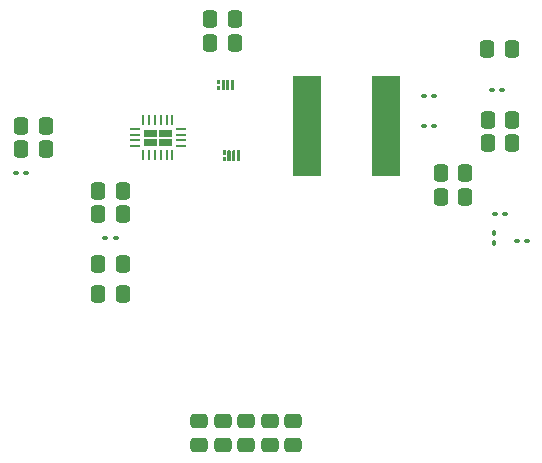
<source format=gbr>
%TF.GenerationSoftware,KiCad,Pcbnew,9.0.1*%
%TF.CreationDate,2025-11-16T17:16:38-08:00*%
%TF.ProjectId,GaN-LTC7800,47614e2d-4c54-4433-9738-30302e6b6963,rev?*%
%TF.SameCoordinates,Original*%
%TF.FileFunction,Paste,Top*%
%TF.FilePolarity,Positive*%
%FSLAX46Y46*%
G04 Gerber Fmt 4.6, Leading zero omitted, Abs format (unit mm)*
G04 Created by KiCad (PCBNEW 9.0.1) date 2025-11-16 17:16:38*
%MOMM*%
%LPD*%
G01*
G04 APERTURE LIST*
G04 Aperture macros list*
%AMRoundRect*
0 Rectangle with rounded corners*
0 $1 Rounding radius*
0 $2 $3 $4 $5 $6 $7 $8 $9 X,Y pos of 4 corners*
0 Add a 4 corners polygon primitive as box body*
4,1,4,$2,$3,$4,$5,$6,$7,$8,$9,$2,$3,0*
0 Add four circle primitives for the rounded corners*
1,1,$1+$1,$2,$3*
1,1,$1+$1,$4,$5*
1,1,$1+$1,$6,$7*
1,1,$1+$1,$8,$9*
0 Add four rect primitives between the rounded corners*
20,1,$1+$1,$2,$3,$4,$5,0*
20,1,$1+$1,$4,$5,$6,$7,0*
20,1,$1+$1,$6,$7,$8,$9,0*
20,1,$1+$1,$8,$9,$2,$3,0*%
G04 Aperture macros list end*
%ADD10C,0.010000*%
%ADD11C,0.000100*%
%ADD12RoundRect,0.250000X0.337500X0.475000X-0.337500X0.475000X-0.337500X-0.475000X0.337500X-0.475000X0*%
%ADD13RoundRect,0.250000X-0.337500X-0.475000X0.337500X-0.475000X0.337500X0.475000X-0.337500X0.475000X0*%
%ADD14RoundRect,0.250000X-0.475000X0.337500X-0.475000X-0.337500X0.475000X-0.337500X0.475000X0.337500X0*%
%ADD15RoundRect,0.090000X-0.139000X-0.090000X0.139000X-0.090000X0.139000X0.090000X-0.139000X0.090000X0*%
%ADD16R,0.270000X0.840000*%
%ADD17R,0.840000X0.270000*%
%ADD18RoundRect,0.250000X0.475000X-0.337500X0.475000X0.337500X-0.475000X0.337500X-0.475000X-0.337500X0*%
%ADD19RoundRect,0.090000X0.139000X0.090000X-0.139000X0.090000X-0.139000X-0.090000X0.139000X-0.090000X0*%
%ADD20R,2.380000X8.500000*%
%ADD21RoundRect,0.090000X-0.090000X0.139000X-0.090000X-0.139000X0.090000X-0.139000X0.090000X0.139000X0*%
G04 APERTURE END LIST*
D10*
%TO.C,U1*%
X96399938Y-133899938D02*
X95370000Y-133899938D01*
X95370000Y-133370000D01*
X96399938Y-133370000D01*
X96399938Y-133899938D01*
G36*
X96399938Y-133899938D02*
G01*
X95370000Y-133899938D01*
X95370000Y-133370000D01*
X96399938Y-133370000D01*
X96399938Y-133899938D01*
G37*
X96399972Y-134630177D02*
X95370000Y-134630177D01*
X95370000Y-134100000D01*
X96399972Y-134100000D01*
X96399972Y-134630177D01*
G36*
X96399972Y-134630177D02*
G01*
X95370000Y-134630177D01*
X95370000Y-134100000D01*
X96399972Y-134100000D01*
X96399972Y-134630177D01*
G37*
X97631780Y-133899842D02*
X96600000Y-133899842D01*
X96600000Y-133370000D01*
X97631780Y-133370000D01*
X97631780Y-133899842D01*
G36*
X97631780Y-133899842D02*
G01*
X96600000Y-133899842D01*
X96600000Y-133370000D01*
X97631780Y-133370000D01*
X97631780Y-133899842D01*
G37*
X97631590Y-134630886D02*
X96600000Y-134630886D01*
X96600000Y-134100000D01*
X97631590Y-134100000D01*
X97631590Y-134630886D01*
G36*
X97631590Y-134630886D02*
G01*
X96600000Y-134630886D01*
X96600000Y-134100000D01*
X97631590Y-134100000D01*
X97631590Y-134630886D01*
G37*
D11*
%TO.C,Q1*%
X102139000Y-135094000D02*
X102142000Y-135094000D01*
X102146000Y-135095000D01*
X102149000Y-135096000D01*
X102152000Y-135097000D01*
X102154000Y-135098000D01*
X102157000Y-135100000D01*
X102160000Y-135101000D01*
X102163000Y-135103000D01*
X102165000Y-135104000D01*
X102168000Y-135106000D01*
X102170000Y-135108000D01*
X102172000Y-135111000D01*
X102175000Y-135113000D01*
X102177000Y-135115000D01*
X102179000Y-135118000D01*
X102180000Y-135120000D01*
X102182000Y-135123000D01*
X102183000Y-135126000D01*
X102185000Y-135129000D01*
X102186000Y-135131000D01*
X102187000Y-135134000D01*
X102188000Y-135137000D01*
X102189000Y-135141000D01*
X102189000Y-135144000D01*
X102190000Y-135147000D01*
X102190000Y-135150000D01*
X102190000Y-135153000D01*
X102190000Y-135329000D01*
X102190000Y-135332000D01*
X102190000Y-135335000D01*
X102189000Y-135338000D01*
X102189000Y-135341000D01*
X102188000Y-135345000D01*
X102187000Y-135348000D01*
X102186000Y-135351000D01*
X102185000Y-135353000D01*
X102183000Y-135356000D01*
X102182000Y-135359000D01*
X102180000Y-135362000D01*
X102179000Y-135364000D01*
X102177000Y-135367000D01*
X102175000Y-135369000D01*
X102172000Y-135371000D01*
X102170000Y-135374000D01*
X102168000Y-135376000D01*
X102165000Y-135378000D01*
X102163000Y-135379000D01*
X102160000Y-135381000D01*
X102157000Y-135382000D01*
X102154000Y-135384000D01*
X102152000Y-135385000D01*
X102149000Y-135386000D01*
X102146000Y-135387000D01*
X102142000Y-135388000D01*
X102139000Y-135388000D01*
X102136000Y-135389000D01*
X102133000Y-135389000D01*
X102130000Y-135389000D01*
X102070000Y-135389000D01*
X102067000Y-135389000D01*
X102064000Y-135389000D01*
X102061000Y-135388000D01*
X102058000Y-135388000D01*
X102054000Y-135387000D01*
X102051000Y-135386000D01*
X102048000Y-135385000D01*
X102046000Y-135384000D01*
X102043000Y-135382000D01*
X102040000Y-135381000D01*
X102037000Y-135379000D01*
X102035000Y-135378000D01*
X102032000Y-135376000D01*
X102030000Y-135374000D01*
X102028000Y-135371000D01*
X102025000Y-135369000D01*
X102023000Y-135367000D01*
X102021000Y-135364000D01*
X102020000Y-135362000D01*
X102018000Y-135359000D01*
X102017000Y-135356000D01*
X102015000Y-135353000D01*
X102014000Y-135351000D01*
X102013000Y-135348000D01*
X102012000Y-135345000D01*
X102011000Y-135341000D01*
X102011000Y-135338000D01*
X102010000Y-135335000D01*
X102010000Y-135332000D01*
X102010000Y-135329000D01*
X102010000Y-135153000D01*
X102010000Y-135150000D01*
X102010000Y-135147000D01*
X102011000Y-135144000D01*
X102011000Y-135141000D01*
X102012000Y-135137000D01*
X102013000Y-135134000D01*
X102014000Y-135131000D01*
X102015000Y-135129000D01*
X102017000Y-135126000D01*
X102018000Y-135123000D01*
X102020000Y-135120000D01*
X102021000Y-135118000D01*
X102023000Y-135115000D01*
X102025000Y-135113000D01*
X102028000Y-135111000D01*
X102030000Y-135108000D01*
X102032000Y-135106000D01*
X102035000Y-135104000D01*
X102037000Y-135103000D01*
X102040000Y-135101000D01*
X102043000Y-135100000D01*
X102046000Y-135098000D01*
X102048000Y-135097000D01*
X102051000Y-135096000D01*
X102054000Y-135095000D01*
X102058000Y-135094000D01*
X102061000Y-135094000D01*
X102064000Y-135093000D01*
X102067000Y-135093000D01*
X102070000Y-135093000D01*
X102130000Y-135093000D01*
X102133000Y-135093000D01*
X102136000Y-135093000D01*
X102139000Y-135094000D01*
G36*
X102139000Y-135094000D02*
G01*
X102142000Y-135094000D01*
X102146000Y-135095000D01*
X102149000Y-135096000D01*
X102152000Y-135097000D01*
X102154000Y-135098000D01*
X102157000Y-135100000D01*
X102160000Y-135101000D01*
X102163000Y-135103000D01*
X102165000Y-135104000D01*
X102168000Y-135106000D01*
X102170000Y-135108000D01*
X102172000Y-135111000D01*
X102175000Y-135113000D01*
X102177000Y-135115000D01*
X102179000Y-135118000D01*
X102180000Y-135120000D01*
X102182000Y-135123000D01*
X102183000Y-135126000D01*
X102185000Y-135129000D01*
X102186000Y-135131000D01*
X102187000Y-135134000D01*
X102188000Y-135137000D01*
X102189000Y-135141000D01*
X102189000Y-135144000D01*
X102190000Y-135147000D01*
X102190000Y-135150000D01*
X102190000Y-135153000D01*
X102190000Y-135329000D01*
X102190000Y-135332000D01*
X102190000Y-135335000D01*
X102189000Y-135338000D01*
X102189000Y-135341000D01*
X102188000Y-135345000D01*
X102187000Y-135348000D01*
X102186000Y-135351000D01*
X102185000Y-135353000D01*
X102183000Y-135356000D01*
X102182000Y-135359000D01*
X102180000Y-135362000D01*
X102179000Y-135364000D01*
X102177000Y-135367000D01*
X102175000Y-135369000D01*
X102172000Y-135371000D01*
X102170000Y-135374000D01*
X102168000Y-135376000D01*
X102165000Y-135378000D01*
X102163000Y-135379000D01*
X102160000Y-135381000D01*
X102157000Y-135382000D01*
X102154000Y-135384000D01*
X102152000Y-135385000D01*
X102149000Y-135386000D01*
X102146000Y-135387000D01*
X102142000Y-135388000D01*
X102139000Y-135388000D01*
X102136000Y-135389000D01*
X102133000Y-135389000D01*
X102130000Y-135389000D01*
X102070000Y-135389000D01*
X102067000Y-135389000D01*
X102064000Y-135389000D01*
X102061000Y-135388000D01*
X102058000Y-135388000D01*
X102054000Y-135387000D01*
X102051000Y-135386000D01*
X102048000Y-135385000D01*
X102046000Y-135384000D01*
X102043000Y-135382000D01*
X102040000Y-135381000D01*
X102037000Y-135379000D01*
X102035000Y-135378000D01*
X102032000Y-135376000D01*
X102030000Y-135374000D01*
X102028000Y-135371000D01*
X102025000Y-135369000D01*
X102023000Y-135367000D01*
X102021000Y-135364000D01*
X102020000Y-135362000D01*
X102018000Y-135359000D01*
X102017000Y-135356000D01*
X102015000Y-135353000D01*
X102014000Y-135351000D01*
X102013000Y-135348000D01*
X102012000Y-135345000D01*
X102011000Y-135341000D01*
X102011000Y-135338000D01*
X102010000Y-135335000D01*
X102010000Y-135332000D01*
X102010000Y-135329000D01*
X102010000Y-135153000D01*
X102010000Y-135150000D01*
X102010000Y-135147000D01*
X102011000Y-135144000D01*
X102011000Y-135141000D01*
X102012000Y-135137000D01*
X102013000Y-135134000D01*
X102014000Y-135131000D01*
X102015000Y-135129000D01*
X102017000Y-135126000D01*
X102018000Y-135123000D01*
X102020000Y-135120000D01*
X102021000Y-135118000D01*
X102023000Y-135115000D01*
X102025000Y-135113000D01*
X102028000Y-135111000D01*
X102030000Y-135108000D01*
X102032000Y-135106000D01*
X102035000Y-135104000D01*
X102037000Y-135103000D01*
X102040000Y-135101000D01*
X102043000Y-135100000D01*
X102046000Y-135098000D01*
X102048000Y-135097000D01*
X102051000Y-135096000D01*
X102054000Y-135095000D01*
X102058000Y-135094000D01*
X102061000Y-135094000D01*
X102064000Y-135093000D01*
X102067000Y-135093000D01*
X102070000Y-135093000D01*
X102130000Y-135093000D01*
X102133000Y-135093000D01*
X102136000Y-135093000D01*
X102139000Y-135094000D01*
G37*
X102139000Y-135612000D02*
X102142000Y-135612000D01*
X102146000Y-135613000D01*
X102149000Y-135614000D01*
X102152000Y-135615000D01*
X102154000Y-135616000D01*
X102157000Y-135618000D01*
X102160000Y-135619000D01*
X102163000Y-135621000D01*
X102165000Y-135622000D01*
X102168000Y-135624000D01*
X102170000Y-135626000D01*
X102172000Y-135629000D01*
X102175000Y-135631000D01*
X102177000Y-135633000D01*
X102179000Y-135636000D01*
X102180000Y-135638000D01*
X102182000Y-135641000D01*
X102183000Y-135644000D01*
X102185000Y-135647000D01*
X102186000Y-135649000D01*
X102187000Y-135652000D01*
X102188000Y-135655000D01*
X102189000Y-135659000D01*
X102189000Y-135662000D01*
X102190000Y-135665000D01*
X102190000Y-135668000D01*
X102190000Y-135671000D01*
X102190000Y-135847000D01*
X102190000Y-135850000D01*
X102190000Y-135853000D01*
X102189000Y-135856000D01*
X102189000Y-135859000D01*
X102188000Y-135863000D01*
X102187000Y-135866000D01*
X102186000Y-135869000D01*
X102185000Y-135871000D01*
X102183000Y-135874000D01*
X102182000Y-135877000D01*
X102180000Y-135880000D01*
X102179000Y-135882000D01*
X102177000Y-135885000D01*
X102175000Y-135887000D01*
X102172000Y-135889000D01*
X102170000Y-135892000D01*
X102168000Y-135894000D01*
X102165000Y-135896000D01*
X102163000Y-135897000D01*
X102160000Y-135899000D01*
X102157000Y-135900000D01*
X102154000Y-135902000D01*
X102152000Y-135903000D01*
X102149000Y-135904000D01*
X102146000Y-135905000D01*
X102142000Y-135906000D01*
X102139000Y-135906000D01*
X102136000Y-135907000D01*
X102133000Y-135907000D01*
X102130000Y-135907000D01*
X102070000Y-135907000D01*
X102067000Y-135907000D01*
X102064000Y-135907000D01*
X102061000Y-135906000D01*
X102058000Y-135906000D01*
X102054000Y-135905000D01*
X102051000Y-135904000D01*
X102048000Y-135903000D01*
X102046000Y-135902000D01*
X102043000Y-135900000D01*
X102040000Y-135899000D01*
X102037000Y-135897000D01*
X102035000Y-135896000D01*
X102032000Y-135894000D01*
X102030000Y-135892000D01*
X102028000Y-135889000D01*
X102025000Y-135887000D01*
X102023000Y-135885000D01*
X102021000Y-135882000D01*
X102020000Y-135880000D01*
X102018000Y-135877000D01*
X102017000Y-135874000D01*
X102015000Y-135871000D01*
X102014000Y-135869000D01*
X102013000Y-135866000D01*
X102012000Y-135863000D01*
X102011000Y-135859000D01*
X102011000Y-135856000D01*
X102010000Y-135853000D01*
X102010000Y-135850000D01*
X102010000Y-135847000D01*
X102010000Y-135671000D01*
X102010000Y-135668000D01*
X102010000Y-135665000D01*
X102011000Y-135662000D01*
X102011000Y-135659000D01*
X102012000Y-135655000D01*
X102013000Y-135652000D01*
X102014000Y-135649000D01*
X102015000Y-135647000D01*
X102017000Y-135644000D01*
X102018000Y-135641000D01*
X102020000Y-135638000D01*
X102021000Y-135636000D01*
X102023000Y-135633000D01*
X102025000Y-135631000D01*
X102028000Y-135629000D01*
X102030000Y-135626000D01*
X102032000Y-135624000D01*
X102035000Y-135622000D01*
X102037000Y-135621000D01*
X102040000Y-135619000D01*
X102043000Y-135618000D01*
X102046000Y-135616000D01*
X102048000Y-135615000D01*
X102051000Y-135614000D01*
X102054000Y-135613000D01*
X102058000Y-135612000D01*
X102061000Y-135612000D01*
X102064000Y-135611000D01*
X102067000Y-135611000D01*
X102070000Y-135611000D01*
X102130000Y-135611000D01*
X102133000Y-135611000D01*
X102136000Y-135611000D01*
X102139000Y-135612000D01*
G36*
X102139000Y-135612000D02*
G01*
X102142000Y-135612000D01*
X102146000Y-135613000D01*
X102149000Y-135614000D01*
X102152000Y-135615000D01*
X102154000Y-135616000D01*
X102157000Y-135618000D01*
X102160000Y-135619000D01*
X102163000Y-135621000D01*
X102165000Y-135622000D01*
X102168000Y-135624000D01*
X102170000Y-135626000D01*
X102172000Y-135629000D01*
X102175000Y-135631000D01*
X102177000Y-135633000D01*
X102179000Y-135636000D01*
X102180000Y-135638000D01*
X102182000Y-135641000D01*
X102183000Y-135644000D01*
X102185000Y-135647000D01*
X102186000Y-135649000D01*
X102187000Y-135652000D01*
X102188000Y-135655000D01*
X102189000Y-135659000D01*
X102189000Y-135662000D01*
X102190000Y-135665000D01*
X102190000Y-135668000D01*
X102190000Y-135671000D01*
X102190000Y-135847000D01*
X102190000Y-135850000D01*
X102190000Y-135853000D01*
X102189000Y-135856000D01*
X102189000Y-135859000D01*
X102188000Y-135863000D01*
X102187000Y-135866000D01*
X102186000Y-135869000D01*
X102185000Y-135871000D01*
X102183000Y-135874000D01*
X102182000Y-135877000D01*
X102180000Y-135880000D01*
X102179000Y-135882000D01*
X102177000Y-135885000D01*
X102175000Y-135887000D01*
X102172000Y-135889000D01*
X102170000Y-135892000D01*
X102168000Y-135894000D01*
X102165000Y-135896000D01*
X102163000Y-135897000D01*
X102160000Y-135899000D01*
X102157000Y-135900000D01*
X102154000Y-135902000D01*
X102152000Y-135903000D01*
X102149000Y-135904000D01*
X102146000Y-135905000D01*
X102142000Y-135906000D01*
X102139000Y-135906000D01*
X102136000Y-135907000D01*
X102133000Y-135907000D01*
X102130000Y-135907000D01*
X102070000Y-135907000D01*
X102067000Y-135907000D01*
X102064000Y-135907000D01*
X102061000Y-135906000D01*
X102058000Y-135906000D01*
X102054000Y-135905000D01*
X102051000Y-135904000D01*
X102048000Y-135903000D01*
X102046000Y-135902000D01*
X102043000Y-135900000D01*
X102040000Y-135899000D01*
X102037000Y-135897000D01*
X102035000Y-135896000D01*
X102032000Y-135894000D01*
X102030000Y-135892000D01*
X102028000Y-135889000D01*
X102025000Y-135887000D01*
X102023000Y-135885000D01*
X102021000Y-135882000D01*
X102020000Y-135880000D01*
X102018000Y-135877000D01*
X102017000Y-135874000D01*
X102015000Y-135871000D01*
X102014000Y-135869000D01*
X102013000Y-135866000D01*
X102012000Y-135863000D01*
X102011000Y-135859000D01*
X102011000Y-135856000D01*
X102010000Y-135853000D01*
X102010000Y-135850000D01*
X102010000Y-135847000D01*
X102010000Y-135671000D01*
X102010000Y-135668000D01*
X102010000Y-135665000D01*
X102011000Y-135662000D01*
X102011000Y-135659000D01*
X102012000Y-135655000D01*
X102013000Y-135652000D01*
X102014000Y-135649000D01*
X102015000Y-135647000D01*
X102017000Y-135644000D01*
X102018000Y-135641000D01*
X102020000Y-135638000D01*
X102021000Y-135636000D01*
X102023000Y-135633000D01*
X102025000Y-135631000D01*
X102028000Y-135629000D01*
X102030000Y-135626000D01*
X102032000Y-135624000D01*
X102035000Y-135622000D01*
X102037000Y-135621000D01*
X102040000Y-135619000D01*
X102043000Y-135618000D01*
X102046000Y-135616000D01*
X102048000Y-135615000D01*
X102051000Y-135614000D01*
X102054000Y-135613000D01*
X102058000Y-135612000D01*
X102061000Y-135612000D01*
X102064000Y-135611000D01*
X102067000Y-135611000D01*
X102070000Y-135611000D01*
X102130000Y-135611000D01*
X102133000Y-135611000D01*
X102136000Y-135611000D01*
X102139000Y-135612000D01*
G37*
X102539000Y-135094000D02*
X102542000Y-135094000D01*
X102546000Y-135095000D01*
X102549000Y-135096000D01*
X102552000Y-135097000D01*
X102554000Y-135098000D01*
X102557000Y-135100000D01*
X102560000Y-135101000D01*
X102563000Y-135103000D01*
X102565000Y-135104000D01*
X102568000Y-135106000D01*
X102570000Y-135108000D01*
X102572000Y-135111000D01*
X102575000Y-135113000D01*
X102577000Y-135115000D01*
X102579000Y-135118000D01*
X102580000Y-135120000D01*
X102582000Y-135123000D01*
X102583000Y-135126000D01*
X102585000Y-135129000D01*
X102586000Y-135131000D01*
X102587000Y-135134000D01*
X102588000Y-135137000D01*
X102589000Y-135141000D01*
X102589000Y-135144000D01*
X102590000Y-135147000D01*
X102590000Y-135150000D01*
X102590000Y-135153000D01*
X102590000Y-135847000D01*
X102590000Y-135850000D01*
X102590000Y-135853000D01*
X102589000Y-135856000D01*
X102589000Y-135859000D01*
X102588000Y-135863000D01*
X102587000Y-135866000D01*
X102586000Y-135869000D01*
X102585000Y-135871000D01*
X102583000Y-135874000D01*
X102582000Y-135877000D01*
X102580000Y-135880000D01*
X102579000Y-135882000D01*
X102577000Y-135885000D01*
X102575000Y-135887000D01*
X102572000Y-135889000D01*
X102570000Y-135892000D01*
X102568000Y-135894000D01*
X102565000Y-135896000D01*
X102563000Y-135897000D01*
X102560000Y-135899000D01*
X102557000Y-135900000D01*
X102554000Y-135902000D01*
X102552000Y-135903000D01*
X102549000Y-135904000D01*
X102546000Y-135905000D01*
X102542000Y-135906000D01*
X102539000Y-135906000D01*
X102536000Y-135907000D01*
X102533000Y-135907000D01*
X102530000Y-135907000D01*
X102470000Y-135907000D01*
X102467000Y-135907000D01*
X102464000Y-135907000D01*
X102461000Y-135906000D01*
X102458000Y-135906000D01*
X102454000Y-135905000D01*
X102451000Y-135904000D01*
X102448000Y-135903000D01*
X102446000Y-135902000D01*
X102443000Y-135900000D01*
X102440000Y-135899000D01*
X102437000Y-135897000D01*
X102435000Y-135896000D01*
X102432000Y-135894000D01*
X102430000Y-135892000D01*
X102428000Y-135889000D01*
X102425000Y-135887000D01*
X102423000Y-135885000D01*
X102421000Y-135882000D01*
X102420000Y-135880000D01*
X102418000Y-135877000D01*
X102417000Y-135874000D01*
X102415000Y-135871000D01*
X102414000Y-135869000D01*
X102413000Y-135866000D01*
X102412000Y-135863000D01*
X102411000Y-135859000D01*
X102411000Y-135856000D01*
X102410000Y-135853000D01*
X102410000Y-135850000D01*
X102410000Y-135847000D01*
X102410000Y-135153000D01*
X102410000Y-135150000D01*
X102410000Y-135147000D01*
X102411000Y-135144000D01*
X102411000Y-135141000D01*
X102412000Y-135137000D01*
X102413000Y-135134000D01*
X102414000Y-135131000D01*
X102415000Y-135129000D01*
X102417000Y-135126000D01*
X102418000Y-135123000D01*
X102420000Y-135120000D01*
X102421000Y-135118000D01*
X102423000Y-135115000D01*
X102425000Y-135113000D01*
X102428000Y-135111000D01*
X102430000Y-135108000D01*
X102432000Y-135106000D01*
X102435000Y-135104000D01*
X102437000Y-135103000D01*
X102440000Y-135101000D01*
X102443000Y-135100000D01*
X102446000Y-135098000D01*
X102448000Y-135097000D01*
X102451000Y-135096000D01*
X102454000Y-135095000D01*
X102458000Y-135094000D01*
X102461000Y-135094000D01*
X102464000Y-135093000D01*
X102467000Y-135093000D01*
X102470000Y-135093000D01*
X102530000Y-135093000D01*
X102533000Y-135093000D01*
X102536000Y-135093000D01*
X102539000Y-135094000D01*
G36*
X102539000Y-135094000D02*
G01*
X102542000Y-135094000D01*
X102546000Y-135095000D01*
X102549000Y-135096000D01*
X102552000Y-135097000D01*
X102554000Y-135098000D01*
X102557000Y-135100000D01*
X102560000Y-135101000D01*
X102563000Y-135103000D01*
X102565000Y-135104000D01*
X102568000Y-135106000D01*
X102570000Y-135108000D01*
X102572000Y-135111000D01*
X102575000Y-135113000D01*
X102577000Y-135115000D01*
X102579000Y-135118000D01*
X102580000Y-135120000D01*
X102582000Y-135123000D01*
X102583000Y-135126000D01*
X102585000Y-135129000D01*
X102586000Y-135131000D01*
X102587000Y-135134000D01*
X102588000Y-135137000D01*
X102589000Y-135141000D01*
X102589000Y-135144000D01*
X102590000Y-135147000D01*
X102590000Y-135150000D01*
X102590000Y-135153000D01*
X102590000Y-135847000D01*
X102590000Y-135850000D01*
X102590000Y-135853000D01*
X102589000Y-135856000D01*
X102589000Y-135859000D01*
X102588000Y-135863000D01*
X102587000Y-135866000D01*
X102586000Y-135869000D01*
X102585000Y-135871000D01*
X102583000Y-135874000D01*
X102582000Y-135877000D01*
X102580000Y-135880000D01*
X102579000Y-135882000D01*
X102577000Y-135885000D01*
X102575000Y-135887000D01*
X102572000Y-135889000D01*
X102570000Y-135892000D01*
X102568000Y-135894000D01*
X102565000Y-135896000D01*
X102563000Y-135897000D01*
X102560000Y-135899000D01*
X102557000Y-135900000D01*
X102554000Y-135902000D01*
X102552000Y-135903000D01*
X102549000Y-135904000D01*
X102546000Y-135905000D01*
X102542000Y-135906000D01*
X102539000Y-135906000D01*
X102536000Y-135907000D01*
X102533000Y-135907000D01*
X102530000Y-135907000D01*
X102470000Y-135907000D01*
X102467000Y-135907000D01*
X102464000Y-135907000D01*
X102461000Y-135906000D01*
X102458000Y-135906000D01*
X102454000Y-135905000D01*
X102451000Y-135904000D01*
X102448000Y-135903000D01*
X102446000Y-135902000D01*
X102443000Y-135900000D01*
X102440000Y-135899000D01*
X102437000Y-135897000D01*
X102435000Y-135896000D01*
X102432000Y-135894000D01*
X102430000Y-135892000D01*
X102428000Y-135889000D01*
X102425000Y-135887000D01*
X102423000Y-135885000D01*
X102421000Y-135882000D01*
X102420000Y-135880000D01*
X102418000Y-135877000D01*
X102417000Y-135874000D01*
X102415000Y-135871000D01*
X102414000Y-135869000D01*
X102413000Y-135866000D01*
X102412000Y-135863000D01*
X102411000Y-135859000D01*
X102411000Y-135856000D01*
X102410000Y-135853000D01*
X102410000Y-135850000D01*
X102410000Y-135847000D01*
X102410000Y-135153000D01*
X102410000Y-135150000D01*
X102410000Y-135147000D01*
X102411000Y-135144000D01*
X102411000Y-135141000D01*
X102412000Y-135137000D01*
X102413000Y-135134000D01*
X102414000Y-135131000D01*
X102415000Y-135129000D01*
X102417000Y-135126000D01*
X102418000Y-135123000D01*
X102420000Y-135120000D01*
X102421000Y-135118000D01*
X102423000Y-135115000D01*
X102425000Y-135113000D01*
X102428000Y-135111000D01*
X102430000Y-135108000D01*
X102432000Y-135106000D01*
X102435000Y-135104000D01*
X102437000Y-135103000D01*
X102440000Y-135101000D01*
X102443000Y-135100000D01*
X102446000Y-135098000D01*
X102448000Y-135097000D01*
X102451000Y-135096000D01*
X102454000Y-135095000D01*
X102458000Y-135094000D01*
X102461000Y-135094000D01*
X102464000Y-135093000D01*
X102467000Y-135093000D01*
X102470000Y-135093000D01*
X102530000Y-135093000D01*
X102533000Y-135093000D01*
X102536000Y-135093000D01*
X102539000Y-135094000D01*
G37*
X102939000Y-135094000D02*
X102942000Y-135094000D01*
X102946000Y-135095000D01*
X102949000Y-135096000D01*
X102952000Y-135097000D01*
X102954000Y-135098000D01*
X102957000Y-135100000D01*
X102960000Y-135101000D01*
X102963000Y-135103000D01*
X102965000Y-135104000D01*
X102968000Y-135106000D01*
X102970000Y-135108000D01*
X102972000Y-135111000D01*
X102975000Y-135113000D01*
X102977000Y-135115000D01*
X102979000Y-135118000D01*
X102980000Y-135120000D01*
X102982000Y-135123000D01*
X102983000Y-135126000D01*
X102985000Y-135129000D01*
X102986000Y-135131000D01*
X102987000Y-135134000D01*
X102988000Y-135137000D01*
X102989000Y-135141000D01*
X102989000Y-135144000D01*
X102990000Y-135147000D01*
X102990000Y-135150000D01*
X102990000Y-135153000D01*
X102990000Y-135847000D01*
X102990000Y-135850000D01*
X102990000Y-135853000D01*
X102989000Y-135856000D01*
X102989000Y-135859000D01*
X102988000Y-135863000D01*
X102987000Y-135866000D01*
X102986000Y-135869000D01*
X102985000Y-135871000D01*
X102983000Y-135874000D01*
X102982000Y-135877000D01*
X102980000Y-135880000D01*
X102979000Y-135882000D01*
X102977000Y-135885000D01*
X102975000Y-135887000D01*
X102972000Y-135889000D01*
X102970000Y-135892000D01*
X102968000Y-135894000D01*
X102965000Y-135896000D01*
X102963000Y-135897000D01*
X102960000Y-135899000D01*
X102957000Y-135900000D01*
X102954000Y-135902000D01*
X102952000Y-135903000D01*
X102949000Y-135904000D01*
X102946000Y-135905000D01*
X102942000Y-135906000D01*
X102939000Y-135906000D01*
X102936000Y-135907000D01*
X102933000Y-135907000D01*
X102930000Y-135907000D01*
X102870000Y-135907000D01*
X102867000Y-135907000D01*
X102864000Y-135907000D01*
X102861000Y-135906000D01*
X102858000Y-135906000D01*
X102854000Y-135905000D01*
X102851000Y-135904000D01*
X102848000Y-135903000D01*
X102846000Y-135902000D01*
X102843000Y-135900000D01*
X102840000Y-135899000D01*
X102837000Y-135897000D01*
X102835000Y-135896000D01*
X102832000Y-135894000D01*
X102830000Y-135892000D01*
X102828000Y-135889000D01*
X102825000Y-135887000D01*
X102823000Y-135885000D01*
X102821000Y-135882000D01*
X102820000Y-135880000D01*
X102818000Y-135877000D01*
X102817000Y-135874000D01*
X102815000Y-135871000D01*
X102814000Y-135869000D01*
X102813000Y-135866000D01*
X102812000Y-135863000D01*
X102811000Y-135859000D01*
X102811000Y-135856000D01*
X102810000Y-135853000D01*
X102810000Y-135850000D01*
X102810000Y-135847000D01*
X102810000Y-135153000D01*
X102810000Y-135150000D01*
X102810000Y-135147000D01*
X102811000Y-135144000D01*
X102811000Y-135141000D01*
X102812000Y-135137000D01*
X102813000Y-135134000D01*
X102814000Y-135131000D01*
X102815000Y-135129000D01*
X102817000Y-135126000D01*
X102818000Y-135123000D01*
X102820000Y-135120000D01*
X102821000Y-135118000D01*
X102823000Y-135115000D01*
X102825000Y-135113000D01*
X102828000Y-135111000D01*
X102830000Y-135108000D01*
X102832000Y-135106000D01*
X102835000Y-135104000D01*
X102837000Y-135103000D01*
X102840000Y-135101000D01*
X102843000Y-135100000D01*
X102846000Y-135098000D01*
X102848000Y-135097000D01*
X102851000Y-135096000D01*
X102854000Y-135095000D01*
X102858000Y-135094000D01*
X102861000Y-135094000D01*
X102864000Y-135093000D01*
X102867000Y-135093000D01*
X102870000Y-135093000D01*
X102930000Y-135093000D01*
X102933000Y-135093000D01*
X102936000Y-135093000D01*
X102939000Y-135094000D01*
G36*
X102939000Y-135094000D02*
G01*
X102942000Y-135094000D01*
X102946000Y-135095000D01*
X102949000Y-135096000D01*
X102952000Y-135097000D01*
X102954000Y-135098000D01*
X102957000Y-135100000D01*
X102960000Y-135101000D01*
X102963000Y-135103000D01*
X102965000Y-135104000D01*
X102968000Y-135106000D01*
X102970000Y-135108000D01*
X102972000Y-135111000D01*
X102975000Y-135113000D01*
X102977000Y-135115000D01*
X102979000Y-135118000D01*
X102980000Y-135120000D01*
X102982000Y-135123000D01*
X102983000Y-135126000D01*
X102985000Y-135129000D01*
X102986000Y-135131000D01*
X102987000Y-135134000D01*
X102988000Y-135137000D01*
X102989000Y-135141000D01*
X102989000Y-135144000D01*
X102990000Y-135147000D01*
X102990000Y-135150000D01*
X102990000Y-135153000D01*
X102990000Y-135847000D01*
X102990000Y-135850000D01*
X102990000Y-135853000D01*
X102989000Y-135856000D01*
X102989000Y-135859000D01*
X102988000Y-135863000D01*
X102987000Y-135866000D01*
X102986000Y-135869000D01*
X102985000Y-135871000D01*
X102983000Y-135874000D01*
X102982000Y-135877000D01*
X102980000Y-135880000D01*
X102979000Y-135882000D01*
X102977000Y-135885000D01*
X102975000Y-135887000D01*
X102972000Y-135889000D01*
X102970000Y-135892000D01*
X102968000Y-135894000D01*
X102965000Y-135896000D01*
X102963000Y-135897000D01*
X102960000Y-135899000D01*
X102957000Y-135900000D01*
X102954000Y-135902000D01*
X102952000Y-135903000D01*
X102949000Y-135904000D01*
X102946000Y-135905000D01*
X102942000Y-135906000D01*
X102939000Y-135906000D01*
X102936000Y-135907000D01*
X102933000Y-135907000D01*
X102930000Y-135907000D01*
X102870000Y-135907000D01*
X102867000Y-135907000D01*
X102864000Y-135907000D01*
X102861000Y-135906000D01*
X102858000Y-135906000D01*
X102854000Y-135905000D01*
X102851000Y-135904000D01*
X102848000Y-135903000D01*
X102846000Y-135902000D01*
X102843000Y-135900000D01*
X102840000Y-135899000D01*
X102837000Y-135897000D01*
X102835000Y-135896000D01*
X102832000Y-135894000D01*
X102830000Y-135892000D01*
X102828000Y-135889000D01*
X102825000Y-135887000D01*
X102823000Y-135885000D01*
X102821000Y-135882000D01*
X102820000Y-135880000D01*
X102818000Y-135877000D01*
X102817000Y-135874000D01*
X102815000Y-135871000D01*
X102814000Y-135869000D01*
X102813000Y-135866000D01*
X102812000Y-135863000D01*
X102811000Y-135859000D01*
X102811000Y-135856000D01*
X102810000Y-135853000D01*
X102810000Y-135850000D01*
X102810000Y-135847000D01*
X102810000Y-135153000D01*
X102810000Y-135150000D01*
X102810000Y-135147000D01*
X102811000Y-135144000D01*
X102811000Y-135141000D01*
X102812000Y-135137000D01*
X102813000Y-135134000D01*
X102814000Y-135131000D01*
X102815000Y-135129000D01*
X102817000Y-135126000D01*
X102818000Y-135123000D01*
X102820000Y-135120000D01*
X102821000Y-135118000D01*
X102823000Y-135115000D01*
X102825000Y-135113000D01*
X102828000Y-135111000D01*
X102830000Y-135108000D01*
X102832000Y-135106000D01*
X102835000Y-135104000D01*
X102837000Y-135103000D01*
X102840000Y-135101000D01*
X102843000Y-135100000D01*
X102846000Y-135098000D01*
X102848000Y-135097000D01*
X102851000Y-135096000D01*
X102854000Y-135095000D01*
X102858000Y-135094000D01*
X102861000Y-135094000D01*
X102864000Y-135093000D01*
X102867000Y-135093000D01*
X102870000Y-135093000D01*
X102930000Y-135093000D01*
X102933000Y-135093000D01*
X102936000Y-135093000D01*
X102939000Y-135094000D01*
G37*
X103339000Y-135094000D02*
X103342000Y-135094000D01*
X103346000Y-135095000D01*
X103349000Y-135096000D01*
X103352000Y-135097000D01*
X103354000Y-135098000D01*
X103357000Y-135100000D01*
X103360000Y-135101000D01*
X103363000Y-135103000D01*
X103365000Y-135104000D01*
X103368000Y-135106000D01*
X103370000Y-135108000D01*
X103372000Y-135111000D01*
X103375000Y-135113000D01*
X103377000Y-135115000D01*
X103379000Y-135118000D01*
X103380000Y-135120000D01*
X103382000Y-135123000D01*
X103383000Y-135126000D01*
X103385000Y-135129000D01*
X103386000Y-135131000D01*
X103387000Y-135134000D01*
X103388000Y-135137000D01*
X103389000Y-135141000D01*
X103389000Y-135144000D01*
X103390000Y-135147000D01*
X103390000Y-135150000D01*
X103390000Y-135153000D01*
X103390000Y-135847000D01*
X103390000Y-135850000D01*
X103390000Y-135853000D01*
X103389000Y-135856000D01*
X103389000Y-135859000D01*
X103388000Y-135863000D01*
X103387000Y-135866000D01*
X103386000Y-135869000D01*
X103385000Y-135871000D01*
X103383000Y-135874000D01*
X103382000Y-135877000D01*
X103380000Y-135880000D01*
X103379000Y-135882000D01*
X103377000Y-135885000D01*
X103375000Y-135887000D01*
X103372000Y-135889000D01*
X103370000Y-135892000D01*
X103368000Y-135894000D01*
X103365000Y-135896000D01*
X103363000Y-135897000D01*
X103360000Y-135899000D01*
X103357000Y-135900000D01*
X103354000Y-135902000D01*
X103352000Y-135903000D01*
X103349000Y-135904000D01*
X103346000Y-135905000D01*
X103342000Y-135906000D01*
X103339000Y-135906000D01*
X103336000Y-135907000D01*
X103333000Y-135907000D01*
X103330000Y-135907000D01*
X103270000Y-135907000D01*
X103267000Y-135907000D01*
X103264000Y-135907000D01*
X103261000Y-135906000D01*
X103258000Y-135906000D01*
X103254000Y-135905000D01*
X103251000Y-135904000D01*
X103248000Y-135903000D01*
X103246000Y-135902000D01*
X103243000Y-135900000D01*
X103240000Y-135899000D01*
X103237000Y-135897000D01*
X103235000Y-135896000D01*
X103232000Y-135894000D01*
X103230000Y-135892000D01*
X103228000Y-135889000D01*
X103225000Y-135887000D01*
X103223000Y-135885000D01*
X103221000Y-135882000D01*
X103220000Y-135880000D01*
X103218000Y-135877000D01*
X103217000Y-135874000D01*
X103215000Y-135871000D01*
X103214000Y-135869000D01*
X103213000Y-135866000D01*
X103212000Y-135863000D01*
X103211000Y-135859000D01*
X103211000Y-135856000D01*
X103210000Y-135853000D01*
X103210000Y-135850000D01*
X103210000Y-135847000D01*
X103210000Y-135153000D01*
X103210000Y-135150000D01*
X103210000Y-135147000D01*
X103211000Y-135144000D01*
X103211000Y-135141000D01*
X103212000Y-135137000D01*
X103213000Y-135134000D01*
X103214000Y-135131000D01*
X103215000Y-135129000D01*
X103217000Y-135126000D01*
X103218000Y-135123000D01*
X103220000Y-135120000D01*
X103221000Y-135118000D01*
X103223000Y-135115000D01*
X103225000Y-135113000D01*
X103228000Y-135111000D01*
X103230000Y-135108000D01*
X103232000Y-135106000D01*
X103235000Y-135104000D01*
X103237000Y-135103000D01*
X103240000Y-135101000D01*
X103243000Y-135100000D01*
X103246000Y-135098000D01*
X103248000Y-135097000D01*
X103251000Y-135096000D01*
X103254000Y-135095000D01*
X103258000Y-135094000D01*
X103261000Y-135094000D01*
X103264000Y-135093000D01*
X103267000Y-135093000D01*
X103270000Y-135093000D01*
X103330000Y-135093000D01*
X103333000Y-135093000D01*
X103336000Y-135093000D01*
X103339000Y-135094000D01*
G36*
X103339000Y-135094000D02*
G01*
X103342000Y-135094000D01*
X103346000Y-135095000D01*
X103349000Y-135096000D01*
X103352000Y-135097000D01*
X103354000Y-135098000D01*
X103357000Y-135100000D01*
X103360000Y-135101000D01*
X103363000Y-135103000D01*
X103365000Y-135104000D01*
X103368000Y-135106000D01*
X103370000Y-135108000D01*
X103372000Y-135111000D01*
X103375000Y-135113000D01*
X103377000Y-135115000D01*
X103379000Y-135118000D01*
X103380000Y-135120000D01*
X103382000Y-135123000D01*
X103383000Y-135126000D01*
X103385000Y-135129000D01*
X103386000Y-135131000D01*
X103387000Y-135134000D01*
X103388000Y-135137000D01*
X103389000Y-135141000D01*
X103389000Y-135144000D01*
X103390000Y-135147000D01*
X103390000Y-135150000D01*
X103390000Y-135153000D01*
X103390000Y-135847000D01*
X103390000Y-135850000D01*
X103390000Y-135853000D01*
X103389000Y-135856000D01*
X103389000Y-135859000D01*
X103388000Y-135863000D01*
X103387000Y-135866000D01*
X103386000Y-135869000D01*
X103385000Y-135871000D01*
X103383000Y-135874000D01*
X103382000Y-135877000D01*
X103380000Y-135880000D01*
X103379000Y-135882000D01*
X103377000Y-135885000D01*
X103375000Y-135887000D01*
X103372000Y-135889000D01*
X103370000Y-135892000D01*
X103368000Y-135894000D01*
X103365000Y-135896000D01*
X103363000Y-135897000D01*
X103360000Y-135899000D01*
X103357000Y-135900000D01*
X103354000Y-135902000D01*
X103352000Y-135903000D01*
X103349000Y-135904000D01*
X103346000Y-135905000D01*
X103342000Y-135906000D01*
X103339000Y-135906000D01*
X103336000Y-135907000D01*
X103333000Y-135907000D01*
X103330000Y-135907000D01*
X103270000Y-135907000D01*
X103267000Y-135907000D01*
X103264000Y-135907000D01*
X103261000Y-135906000D01*
X103258000Y-135906000D01*
X103254000Y-135905000D01*
X103251000Y-135904000D01*
X103248000Y-135903000D01*
X103246000Y-135902000D01*
X103243000Y-135900000D01*
X103240000Y-135899000D01*
X103237000Y-135897000D01*
X103235000Y-135896000D01*
X103232000Y-135894000D01*
X103230000Y-135892000D01*
X103228000Y-135889000D01*
X103225000Y-135887000D01*
X103223000Y-135885000D01*
X103221000Y-135882000D01*
X103220000Y-135880000D01*
X103218000Y-135877000D01*
X103217000Y-135874000D01*
X103215000Y-135871000D01*
X103214000Y-135869000D01*
X103213000Y-135866000D01*
X103212000Y-135863000D01*
X103211000Y-135859000D01*
X103211000Y-135856000D01*
X103210000Y-135853000D01*
X103210000Y-135850000D01*
X103210000Y-135847000D01*
X103210000Y-135153000D01*
X103210000Y-135150000D01*
X103210000Y-135147000D01*
X103211000Y-135144000D01*
X103211000Y-135141000D01*
X103212000Y-135137000D01*
X103213000Y-135134000D01*
X103214000Y-135131000D01*
X103215000Y-135129000D01*
X103217000Y-135126000D01*
X103218000Y-135123000D01*
X103220000Y-135120000D01*
X103221000Y-135118000D01*
X103223000Y-135115000D01*
X103225000Y-135113000D01*
X103228000Y-135111000D01*
X103230000Y-135108000D01*
X103232000Y-135106000D01*
X103235000Y-135104000D01*
X103237000Y-135103000D01*
X103240000Y-135101000D01*
X103243000Y-135100000D01*
X103246000Y-135098000D01*
X103248000Y-135097000D01*
X103251000Y-135096000D01*
X103254000Y-135095000D01*
X103258000Y-135094000D01*
X103261000Y-135094000D01*
X103264000Y-135093000D01*
X103267000Y-135093000D01*
X103270000Y-135093000D01*
X103330000Y-135093000D01*
X103333000Y-135093000D01*
X103336000Y-135093000D01*
X103339000Y-135094000D01*
G37*
%TO.C,Q2*%
X101639000Y-129094000D02*
X101642000Y-129094000D01*
X101646000Y-129095000D01*
X101649000Y-129096000D01*
X101652000Y-129097000D01*
X101654000Y-129098000D01*
X101657000Y-129100000D01*
X101660000Y-129101000D01*
X101663000Y-129103000D01*
X101665000Y-129104000D01*
X101668000Y-129106000D01*
X101670000Y-129108000D01*
X101672000Y-129111000D01*
X101675000Y-129113000D01*
X101677000Y-129115000D01*
X101679000Y-129118000D01*
X101680000Y-129120000D01*
X101682000Y-129123000D01*
X101683000Y-129126000D01*
X101685000Y-129129000D01*
X101686000Y-129131000D01*
X101687000Y-129134000D01*
X101688000Y-129137000D01*
X101689000Y-129141000D01*
X101689000Y-129144000D01*
X101690000Y-129147000D01*
X101690000Y-129150000D01*
X101690000Y-129153000D01*
X101690000Y-129329000D01*
X101690000Y-129332000D01*
X101690000Y-129335000D01*
X101689000Y-129338000D01*
X101689000Y-129341000D01*
X101688000Y-129345000D01*
X101687000Y-129348000D01*
X101686000Y-129351000D01*
X101685000Y-129353000D01*
X101683000Y-129356000D01*
X101682000Y-129359000D01*
X101680000Y-129362000D01*
X101679000Y-129364000D01*
X101677000Y-129367000D01*
X101675000Y-129369000D01*
X101672000Y-129371000D01*
X101670000Y-129374000D01*
X101668000Y-129376000D01*
X101665000Y-129378000D01*
X101663000Y-129379000D01*
X101660000Y-129381000D01*
X101657000Y-129382000D01*
X101654000Y-129384000D01*
X101652000Y-129385000D01*
X101649000Y-129386000D01*
X101646000Y-129387000D01*
X101642000Y-129388000D01*
X101639000Y-129388000D01*
X101636000Y-129389000D01*
X101633000Y-129389000D01*
X101630000Y-129389000D01*
X101570000Y-129389000D01*
X101567000Y-129389000D01*
X101564000Y-129389000D01*
X101561000Y-129388000D01*
X101558000Y-129388000D01*
X101554000Y-129387000D01*
X101551000Y-129386000D01*
X101548000Y-129385000D01*
X101546000Y-129384000D01*
X101543000Y-129382000D01*
X101540000Y-129381000D01*
X101537000Y-129379000D01*
X101535000Y-129378000D01*
X101532000Y-129376000D01*
X101530000Y-129374000D01*
X101528000Y-129371000D01*
X101525000Y-129369000D01*
X101523000Y-129367000D01*
X101521000Y-129364000D01*
X101520000Y-129362000D01*
X101518000Y-129359000D01*
X101517000Y-129356000D01*
X101515000Y-129353000D01*
X101514000Y-129351000D01*
X101513000Y-129348000D01*
X101512000Y-129345000D01*
X101511000Y-129341000D01*
X101511000Y-129338000D01*
X101510000Y-129335000D01*
X101510000Y-129332000D01*
X101510000Y-129329000D01*
X101510000Y-129153000D01*
X101510000Y-129150000D01*
X101510000Y-129147000D01*
X101511000Y-129144000D01*
X101511000Y-129141000D01*
X101512000Y-129137000D01*
X101513000Y-129134000D01*
X101514000Y-129131000D01*
X101515000Y-129129000D01*
X101517000Y-129126000D01*
X101518000Y-129123000D01*
X101520000Y-129120000D01*
X101521000Y-129118000D01*
X101523000Y-129115000D01*
X101525000Y-129113000D01*
X101528000Y-129111000D01*
X101530000Y-129108000D01*
X101532000Y-129106000D01*
X101535000Y-129104000D01*
X101537000Y-129103000D01*
X101540000Y-129101000D01*
X101543000Y-129100000D01*
X101546000Y-129098000D01*
X101548000Y-129097000D01*
X101551000Y-129096000D01*
X101554000Y-129095000D01*
X101558000Y-129094000D01*
X101561000Y-129094000D01*
X101564000Y-129093000D01*
X101567000Y-129093000D01*
X101570000Y-129093000D01*
X101630000Y-129093000D01*
X101633000Y-129093000D01*
X101636000Y-129093000D01*
X101639000Y-129094000D01*
G36*
X101639000Y-129094000D02*
G01*
X101642000Y-129094000D01*
X101646000Y-129095000D01*
X101649000Y-129096000D01*
X101652000Y-129097000D01*
X101654000Y-129098000D01*
X101657000Y-129100000D01*
X101660000Y-129101000D01*
X101663000Y-129103000D01*
X101665000Y-129104000D01*
X101668000Y-129106000D01*
X101670000Y-129108000D01*
X101672000Y-129111000D01*
X101675000Y-129113000D01*
X101677000Y-129115000D01*
X101679000Y-129118000D01*
X101680000Y-129120000D01*
X101682000Y-129123000D01*
X101683000Y-129126000D01*
X101685000Y-129129000D01*
X101686000Y-129131000D01*
X101687000Y-129134000D01*
X101688000Y-129137000D01*
X101689000Y-129141000D01*
X101689000Y-129144000D01*
X101690000Y-129147000D01*
X101690000Y-129150000D01*
X101690000Y-129153000D01*
X101690000Y-129329000D01*
X101690000Y-129332000D01*
X101690000Y-129335000D01*
X101689000Y-129338000D01*
X101689000Y-129341000D01*
X101688000Y-129345000D01*
X101687000Y-129348000D01*
X101686000Y-129351000D01*
X101685000Y-129353000D01*
X101683000Y-129356000D01*
X101682000Y-129359000D01*
X101680000Y-129362000D01*
X101679000Y-129364000D01*
X101677000Y-129367000D01*
X101675000Y-129369000D01*
X101672000Y-129371000D01*
X101670000Y-129374000D01*
X101668000Y-129376000D01*
X101665000Y-129378000D01*
X101663000Y-129379000D01*
X101660000Y-129381000D01*
X101657000Y-129382000D01*
X101654000Y-129384000D01*
X101652000Y-129385000D01*
X101649000Y-129386000D01*
X101646000Y-129387000D01*
X101642000Y-129388000D01*
X101639000Y-129388000D01*
X101636000Y-129389000D01*
X101633000Y-129389000D01*
X101630000Y-129389000D01*
X101570000Y-129389000D01*
X101567000Y-129389000D01*
X101564000Y-129389000D01*
X101561000Y-129388000D01*
X101558000Y-129388000D01*
X101554000Y-129387000D01*
X101551000Y-129386000D01*
X101548000Y-129385000D01*
X101546000Y-129384000D01*
X101543000Y-129382000D01*
X101540000Y-129381000D01*
X101537000Y-129379000D01*
X101535000Y-129378000D01*
X101532000Y-129376000D01*
X101530000Y-129374000D01*
X101528000Y-129371000D01*
X101525000Y-129369000D01*
X101523000Y-129367000D01*
X101521000Y-129364000D01*
X101520000Y-129362000D01*
X101518000Y-129359000D01*
X101517000Y-129356000D01*
X101515000Y-129353000D01*
X101514000Y-129351000D01*
X101513000Y-129348000D01*
X101512000Y-129345000D01*
X101511000Y-129341000D01*
X101511000Y-129338000D01*
X101510000Y-129335000D01*
X101510000Y-129332000D01*
X101510000Y-129329000D01*
X101510000Y-129153000D01*
X101510000Y-129150000D01*
X101510000Y-129147000D01*
X101511000Y-129144000D01*
X101511000Y-129141000D01*
X101512000Y-129137000D01*
X101513000Y-129134000D01*
X101514000Y-129131000D01*
X101515000Y-129129000D01*
X101517000Y-129126000D01*
X101518000Y-129123000D01*
X101520000Y-129120000D01*
X101521000Y-129118000D01*
X101523000Y-129115000D01*
X101525000Y-129113000D01*
X101528000Y-129111000D01*
X101530000Y-129108000D01*
X101532000Y-129106000D01*
X101535000Y-129104000D01*
X101537000Y-129103000D01*
X101540000Y-129101000D01*
X101543000Y-129100000D01*
X101546000Y-129098000D01*
X101548000Y-129097000D01*
X101551000Y-129096000D01*
X101554000Y-129095000D01*
X101558000Y-129094000D01*
X101561000Y-129094000D01*
X101564000Y-129093000D01*
X101567000Y-129093000D01*
X101570000Y-129093000D01*
X101630000Y-129093000D01*
X101633000Y-129093000D01*
X101636000Y-129093000D01*
X101639000Y-129094000D01*
G37*
X101639000Y-129612000D02*
X101642000Y-129612000D01*
X101646000Y-129613000D01*
X101649000Y-129614000D01*
X101652000Y-129615000D01*
X101654000Y-129616000D01*
X101657000Y-129618000D01*
X101660000Y-129619000D01*
X101663000Y-129621000D01*
X101665000Y-129622000D01*
X101668000Y-129624000D01*
X101670000Y-129626000D01*
X101672000Y-129629000D01*
X101675000Y-129631000D01*
X101677000Y-129633000D01*
X101679000Y-129636000D01*
X101680000Y-129638000D01*
X101682000Y-129641000D01*
X101683000Y-129644000D01*
X101685000Y-129647000D01*
X101686000Y-129649000D01*
X101687000Y-129652000D01*
X101688000Y-129655000D01*
X101689000Y-129659000D01*
X101689000Y-129662000D01*
X101690000Y-129665000D01*
X101690000Y-129668000D01*
X101690000Y-129671000D01*
X101690000Y-129847000D01*
X101690000Y-129850000D01*
X101690000Y-129853000D01*
X101689000Y-129856000D01*
X101689000Y-129859000D01*
X101688000Y-129863000D01*
X101687000Y-129866000D01*
X101686000Y-129869000D01*
X101685000Y-129871000D01*
X101683000Y-129874000D01*
X101682000Y-129877000D01*
X101680000Y-129880000D01*
X101679000Y-129882000D01*
X101677000Y-129885000D01*
X101675000Y-129887000D01*
X101672000Y-129889000D01*
X101670000Y-129892000D01*
X101668000Y-129894000D01*
X101665000Y-129896000D01*
X101663000Y-129897000D01*
X101660000Y-129899000D01*
X101657000Y-129900000D01*
X101654000Y-129902000D01*
X101652000Y-129903000D01*
X101649000Y-129904000D01*
X101646000Y-129905000D01*
X101642000Y-129906000D01*
X101639000Y-129906000D01*
X101636000Y-129907000D01*
X101633000Y-129907000D01*
X101630000Y-129907000D01*
X101570000Y-129907000D01*
X101567000Y-129907000D01*
X101564000Y-129907000D01*
X101561000Y-129906000D01*
X101558000Y-129906000D01*
X101554000Y-129905000D01*
X101551000Y-129904000D01*
X101548000Y-129903000D01*
X101546000Y-129902000D01*
X101543000Y-129900000D01*
X101540000Y-129899000D01*
X101537000Y-129897000D01*
X101535000Y-129896000D01*
X101532000Y-129894000D01*
X101530000Y-129892000D01*
X101528000Y-129889000D01*
X101525000Y-129887000D01*
X101523000Y-129885000D01*
X101521000Y-129882000D01*
X101520000Y-129880000D01*
X101518000Y-129877000D01*
X101517000Y-129874000D01*
X101515000Y-129871000D01*
X101514000Y-129869000D01*
X101513000Y-129866000D01*
X101512000Y-129863000D01*
X101511000Y-129859000D01*
X101511000Y-129856000D01*
X101510000Y-129853000D01*
X101510000Y-129850000D01*
X101510000Y-129847000D01*
X101510000Y-129671000D01*
X101510000Y-129668000D01*
X101510000Y-129665000D01*
X101511000Y-129662000D01*
X101511000Y-129659000D01*
X101512000Y-129655000D01*
X101513000Y-129652000D01*
X101514000Y-129649000D01*
X101515000Y-129647000D01*
X101517000Y-129644000D01*
X101518000Y-129641000D01*
X101520000Y-129638000D01*
X101521000Y-129636000D01*
X101523000Y-129633000D01*
X101525000Y-129631000D01*
X101528000Y-129629000D01*
X101530000Y-129626000D01*
X101532000Y-129624000D01*
X101535000Y-129622000D01*
X101537000Y-129621000D01*
X101540000Y-129619000D01*
X101543000Y-129618000D01*
X101546000Y-129616000D01*
X101548000Y-129615000D01*
X101551000Y-129614000D01*
X101554000Y-129613000D01*
X101558000Y-129612000D01*
X101561000Y-129612000D01*
X101564000Y-129611000D01*
X101567000Y-129611000D01*
X101570000Y-129611000D01*
X101630000Y-129611000D01*
X101633000Y-129611000D01*
X101636000Y-129611000D01*
X101639000Y-129612000D01*
G36*
X101639000Y-129612000D02*
G01*
X101642000Y-129612000D01*
X101646000Y-129613000D01*
X101649000Y-129614000D01*
X101652000Y-129615000D01*
X101654000Y-129616000D01*
X101657000Y-129618000D01*
X101660000Y-129619000D01*
X101663000Y-129621000D01*
X101665000Y-129622000D01*
X101668000Y-129624000D01*
X101670000Y-129626000D01*
X101672000Y-129629000D01*
X101675000Y-129631000D01*
X101677000Y-129633000D01*
X101679000Y-129636000D01*
X101680000Y-129638000D01*
X101682000Y-129641000D01*
X101683000Y-129644000D01*
X101685000Y-129647000D01*
X101686000Y-129649000D01*
X101687000Y-129652000D01*
X101688000Y-129655000D01*
X101689000Y-129659000D01*
X101689000Y-129662000D01*
X101690000Y-129665000D01*
X101690000Y-129668000D01*
X101690000Y-129671000D01*
X101690000Y-129847000D01*
X101690000Y-129850000D01*
X101690000Y-129853000D01*
X101689000Y-129856000D01*
X101689000Y-129859000D01*
X101688000Y-129863000D01*
X101687000Y-129866000D01*
X101686000Y-129869000D01*
X101685000Y-129871000D01*
X101683000Y-129874000D01*
X101682000Y-129877000D01*
X101680000Y-129880000D01*
X101679000Y-129882000D01*
X101677000Y-129885000D01*
X101675000Y-129887000D01*
X101672000Y-129889000D01*
X101670000Y-129892000D01*
X101668000Y-129894000D01*
X101665000Y-129896000D01*
X101663000Y-129897000D01*
X101660000Y-129899000D01*
X101657000Y-129900000D01*
X101654000Y-129902000D01*
X101652000Y-129903000D01*
X101649000Y-129904000D01*
X101646000Y-129905000D01*
X101642000Y-129906000D01*
X101639000Y-129906000D01*
X101636000Y-129907000D01*
X101633000Y-129907000D01*
X101630000Y-129907000D01*
X101570000Y-129907000D01*
X101567000Y-129907000D01*
X101564000Y-129907000D01*
X101561000Y-129906000D01*
X101558000Y-129906000D01*
X101554000Y-129905000D01*
X101551000Y-129904000D01*
X101548000Y-129903000D01*
X101546000Y-129902000D01*
X101543000Y-129900000D01*
X101540000Y-129899000D01*
X101537000Y-129897000D01*
X101535000Y-129896000D01*
X101532000Y-129894000D01*
X101530000Y-129892000D01*
X101528000Y-129889000D01*
X101525000Y-129887000D01*
X101523000Y-129885000D01*
X101521000Y-129882000D01*
X101520000Y-129880000D01*
X101518000Y-129877000D01*
X101517000Y-129874000D01*
X101515000Y-129871000D01*
X101514000Y-129869000D01*
X101513000Y-129866000D01*
X101512000Y-129863000D01*
X101511000Y-129859000D01*
X101511000Y-129856000D01*
X101510000Y-129853000D01*
X101510000Y-129850000D01*
X101510000Y-129847000D01*
X101510000Y-129671000D01*
X101510000Y-129668000D01*
X101510000Y-129665000D01*
X101511000Y-129662000D01*
X101511000Y-129659000D01*
X101512000Y-129655000D01*
X101513000Y-129652000D01*
X101514000Y-129649000D01*
X101515000Y-129647000D01*
X101517000Y-129644000D01*
X101518000Y-129641000D01*
X101520000Y-129638000D01*
X101521000Y-129636000D01*
X101523000Y-129633000D01*
X101525000Y-129631000D01*
X101528000Y-129629000D01*
X101530000Y-129626000D01*
X101532000Y-129624000D01*
X101535000Y-129622000D01*
X101537000Y-129621000D01*
X101540000Y-129619000D01*
X101543000Y-129618000D01*
X101546000Y-129616000D01*
X101548000Y-129615000D01*
X101551000Y-129614000D01*
X101554000Y-129613000D01*
X101558000Y-129612000D01*
X101561000Y-129612000D01*
X101564000Y-129611000D01*
X101567000Y-129611000D01*
X101570000Y-129611000D01*
X101630000Y-129611000D01*
X101633000Y-129611000D01*
X101636000Y-129611000D01*
X101639000Y-129612000D01*
G37*
X102039000Y-129094000D02*
X102042000Y-129094000D01*
X102046000Y-129095000D01*
X102049000Y-129096000D01*
X102052000Y-129097000D01*
X102054000Y-129098000D01*
X102057000Y-129100000D01*
X102060000Y-129101000D01*
X102063000Y-129103000D01*
X102065000Y-129104000D01*
X102068000Y-129106000D01*
X102070000Y-129108000D01*
X102072000Y-129111000D01*
X102075000Y-129113000D01*
X102077000Y-129115000D01*
X102079000Y-129118000D01*
X102080000Y-129120000D01*
X102082000Y-129123000D01*
X102083000Y-129126000D01*
X102085000Y-129129000D01*
X102086000Y-129131000D01*
X102087000Y-129134000D01*
X102088000Y-129137000D01*
X102089000Y-129141000D01*
X102089000Y-129144000D01*
X102090000Y-129147000D01*
X102090000Y-129150000D01*
X102090000Y-129153000D01*
X102090000Y-129847000D01*
X102090000Y-129850000D01*
X102090000Y-129853000D01*
X102089000Y-129856000D01*
X102089000Y-129859000D01*
X102088000Y-129863000D01*
X102087000Y-129866000D01*
X102086000Y-129869000D01*
X102085000Y-129871000D01*
X102083000Y-129874000D01*
X102082000Y-129877000D01*
X102080000Y-129880000D01*
X102079000Y-129882000D01*
X102077000Y-129885000D01*
X102075000Y-129887000D01*
X102072000Y-129889000D01*
X102070000Y-129892000D01*
X102068000Y-129894000D01*
X102065000Y-129896000D01*
X102063000Y-129897000D01*
X102060000Y-129899000D01*
X102057000Y-129900000D01*
X102054000Y-129902000D01*
X102052000Y-129903000D01*
X102049000Y-129904000D01*
X102046000Y-129905000D01*
X102042000Y-129906000D01*
X102039000Y-129906000D01*
X102036000Y-129907000D01*
X102033000Y-129907000D01*
X102030000Y-129907000D01*
X101970000Y-129907000D01*
X101967000Y-129907000D01*
X101964000Y-129907000D01*
X101961000Y-129906000D01*
X101958000Y-129906000D01*
X101954000Y-129905000D01*
X101951000Y-129904000D01*
X101948000Y-129903000D01*
X101946000Y-129902000D01*
X101943000Y-129900000D01*
X101940000Y-129899000D01*
X101937000Y-129897000D01*
X101935000Y-129896000D01*
X101932000Y-129894000D01*
X101930000Y-129892000D01*
X101928000Y-129889000D01*
X101925000Y-129887000D01*
X101923000Y-129885000D01*
X101921000Y-129882000D01*
X101920000Y-129880000D01*
X101918000Y-129877000D01*
X101917000Y-129874000D01*
X101915000Y-129871000D01*
X101914000Y-129869000D01*
X101913000Y-129866000D01*
X101912000Y-129863000D01*
X101911000Y-129859000D01*
X101911000Y-129856000D01*
X101910000Y-129853000D01*
X101910000Y-129850000D01*
X101910000Y-129847000D01*
X101910000Y-129153000D01*
X101910000Y-129150000D01*
X101910000Y-129147000D01*
X101911000Y-129144000D01*
X101911000Y-129141000D01*
X101912000Y-129137000D01*
X101913000Y-129134000D01*
X101914000Y-129131000D01*
X101915000Y-129129000D01*
X101917000Y-129126000D01*
X101918000Y-129123000D01*
X101920000Y-129120000D01*
X101921000Y-129118000D01*
X101923000Y-129115000D01*
X101925000Y-129113000D01*
X101928000Y-129111000D01*
X101930000Y-129108000D01*
X101932000Y-129106000D01*
X101935000Y-129104000D01*
X101937000Y-129103000D01*
X101940000Y-129101000D01*
X101943000Y-129100000D01*
X101946000Y-129098000D01*
X101948000Y-129097000D01*
X101951000Y-129096000D01*
X101954000Y-129095000D01*
X101958000Y-129094000D01*
X101961000Y-129094000D01*
X101964000Y-129093000D01*
X101967000Y-129093000D01*
X101970000Y-129093000D01*
X102030000Y-129093000D01*
X102033000Y-129093000D01*
X102036000Y-129093000D01*
X102039000Y-129094000D01*
G36*
X102039000Y-129094000D02*
G01*
X102042000Y-129094000D01*
X102046000Y-129095000D01*
X102049000Y-129096000D01*
X102052000Y-129097000D01*
X102054000Y-129098000D01*
X102057000Y-129100000D01*
X102060000Y-129101000D01*
X102063000Y-129103000D01*
X102065000Y-129104000D01*
X102068000Y-129106000D01*
X102070000Y-129108000D01*
X102072000Y-129111000D01*
X102075000Y-129113000D01*
X102077000Y-129115000D01*
X102079000Y-129118000D01*
X102080000Y-129120000D01*
X102082000Y-129123000D01*
X102083000Y-129126000D01*
X102085000Y-129129000D01*
X102086000Y-129131000D01*
X102087000Y-129134000D01*
X102088000Y-129137000D01*
X102089000Y-129141000D01*
X102089000Y-129144000D01*
X102090000Y-129147000D01*
X102090000Y-129150000D01*
X102090000Y-129153000D01*
X102090000Y-129847000D01*
X102090000Y-129850000D01*
X102090000Y-129853000D01*
X102089000Y-129856000D01*
X102089000Y-129859000D01*
X102088000Y-129863000D01*
X102087000Y-129866000D01*
X102086000Y-129869000D01*
X102085000Y-129871000D01*
X102083000Y-129874000D01*
X102082000Y-129877000D01*
X102080000Y-129880000D01*
X102079000Y-129882000D01*
X102077000Y-129885000D01*
X102075000Y-129887000D01*
X102072000Y-129889000D01*
X102070000Y-129892000D01*
X102068000Y-129894000D01*
X102065000Y-129896000D01*
X102063000Y-129897000D01*
X102060000Y-129899000D01*
X102057000Y-129900000D01*
X102054000Y-129902000D01*
X102052000Y-129903000D01*
X102049000Y-129904000D01*
X102046000Y-129905000D01*
X102042000Y-129906000D01*
X102039000Y-129906000D01*
X102036000Y-129907000D01*
X102033000Y-129907000D01*
X102030000Y-129907000D01*
X101970000Y-129907000D01*
X101967000Y-129907000D01*
X101964000Y-129907000D01*
X101961000Y-129906000D01*
X101958000Y-129906000D01*
X101954000Y-129905000D01*
X101951000Y-129904000D01*
X101948000Y-129903000D01*
X101946000Y-129902000D01*
X101943000Y-129900000D01*
X101940000Y-129899000D01*
X101937000Y-129897000D01*
X101935000Y-129896000D01*
X101932000Y-129894000D01*
X101930000Y-129892000D01*
X101928000Y-129889000D01*
X101925000Y-129887000D01*
X101923000Y-129885000D01*
X101921000Y-129882000D01*
X101920000Y-129880000D01*
X101918000Y-129877000D01*
X101917000Y-129874000D01*
X101915000Y-129871000D01*
X101914000Y-129869000D01*
X101913000Y-129866000D01*
X101912000Y-129863000D01*
X101911000Y-129859000D01*
X101911000Y-129856000D01*
X101910000Y-129853000D01*
X101910000Y-129850000D01*
X101910000Y-129847000D01*
X101910000Y-129153000D01*
X101910000Y-129150000D01*
X101910000Y-129147000D01*
X101911000Y-129144000D01*
X101911000Y-129141000D01*
X101912000Y-129137000D01*
X101913000Y-129134000D01*
X101914000Y-129131000D01*
X101915000Y-129129000D01*
X101917000Y-129126000D01*
X101918000Y-129123000D01*
X101920000Y-129120000D01*
X101921000Y-129118000D01*
X101923000Y-129115000D01*
X101925000Y-129113000D01*
X101928000Y-129111000D01*
X101930000Y-129108000D01*
X101932000Y-129106000D01*
X101935000Y-129104000D01*
X101937000Y-129103000D01*
X101940000Y-129101000D01*
X101943000Y-129100000D01*
X101946000Y-129098000D01*
X101948000Y-129097000D01*
X101951000Y-129096000D01*
X101954000Y-129095000D01*
X101958000Y-129094000D01*
X101961000Y-129094000D01*
X101964000Y-129093000D01*
X101967000Y-129093000D01*
X101970000Y-129093000D01*
X102030000Y-129093000D01*
X102033000Y-129093000D01*
X102036000Y-129093000D01*
X102039000Y-129094000D01*
G37*
X102439000Y-129094000D02*
X102442000Y-129094000D01*
X102446000Y-129095000D01*
X102449000Y-129096000D01*
X102452000Y-129097000D01*
X102454000Y-129098000D01*
X102457000Y-129100000D01*
X102460000Y-129101000D01*
X102463000Y-129103000D01*
X102465000Y-129104000D01*
X102468000Y-129106000D01*
X102470000Y-129108000D01*
X102472000Y-129111000D01*
X102475000Y-129113000D01*
X102477000Y-129115000D01*
X102479000Y-129118000D01*
X102480000Y-129120000D01*
X102482000Y-129123000D01*
X102483000Y-129126000D01*
X102485000Y-129129000D01*
X102486000Y-129131000D01*
X102487000Y-129134000D01*
X102488000Y-129137000D01*
X102489000Y-129141000D01*
X102489000Y-129144000D01*
X102490000Y-129147000D01*
X102490000Y-129150000D01*
X102490000Y-129153000D01*
X102490000Y-129847000D01*
X102490000Y-129850000D01*
X102490000Y-129853000D01*
X102489000Y-129856000D01*
X102489000Y-129859000D01*
X102488000Y-129863000D01*
X102487000Y-129866000D01*
X102486000Y-129869000D01*
X102485000Y-129871000D01*
X102483000Y-129874000D01*
X102482000Y-129877000D01*
X102480000Y-129880000D01*
X102479000Y-129882000D01*
X102477000Y-129885000D01*
X102475000Y-129887000D01*
X102472000Y-129889000D01*
X102470000Y-129892000D01*
X102468000Y-129894000D01*
X102465000Y-129896000D01*
X102463000Y-129897000D01*
X102460000Y-129899000D01*
X102457000Y-129900000D01*
X102454000Y-129902000D01*
X102452000Y-129903000D01*
X102449000Y-129904000D01*
X102446000Y-129905000D01*
X102442000Y-129906000D01*
X102439000Y-129906000D01*
X102436000Y-129907000D01*
X102433000Y-129907000D01*
X102430000Y-129907000D01*
X102370000Y-129907000D01*
X102367000Y-129907000D01*
X102364000Y-129907000D01*
X102361000Y-129906000D01*
X102358000Y-129906000D01*
X102354000Y-129905000D01*
X102351000Y-129904000D01*
X102348000Y-129903000D01*
X102346000Y-129902000D01*
X102343000Y-129900000D01*
X102340000Y-129899000D01*
X102337000Y-129897000D01*
X102335000Y-129896000D01*
X102332000Y-129894000D01*
X102330000Y-129892000D01*
X102328000Y-129889000D01*
X102325000Y-129887000D01*
X102323000Y-129885000D01*
X102321000Y-129882000D01*
X102320000Y-129880000D01*
X102318000Y-129877000D01*
X102317000Y-129874000D01*
X102315000Y-129871000D01*
X102314000Y-129869000D01*
X102313000Y-129866000D01*
X102312000Y-129863000D01*
X102311000Y-129859000D01*
X102311000Y-129856000D01*
X102310000Y-129853000D01*
X102310000Y-129850000D01*
X102310000Y-129847000D01*
X102310000Y-129153000D01*
X102310000Y-129150000D01*
X102310000Y-129147000D01*
X102311000Y-129144000D01*
X102311000Y-129141000D01*
X102312000Y-129137000D01*
X102313000Y-129134000D01*
X102314000Y-129131000D01*
X102315000Y-129129000D01*
X102317000Y-129126000D01*
X102318000Y-129123000D01*
X102320000Y-129120000D01*
X102321000Y-129118000D01*
X102323000Y-129115000D01*
X102325000Y-129113000D01*
X102328000Y-129111000D01*
X102330000Y-129108000D01*
X102332000Y-129106000D01*
X102335000Y-129104000D01*
X102337000Y-129103000D01*
X102340000Y-129101000D01*
X102343000Y-129100000D01*
X102346000Y-129098000D01*
X102348000Y-129097000D01*
X102351000Y-129096000D01*
X102354000Y-129095000D01*
X102358000Y-129094000D01*
X102361000Y-129094000D01*
X102364000Y-129093000D01*
X102367000Y-129093000D01*
X102370000Y-129093000D01*
X102430000Y-129093000D01*
X102433000Y-129093000D01*
X102436000Y-129093000D01*
X102439000Y-129094000D01*
G36*
X102439000Y-129094000D02*
G01*
X102442000Y-129094000D01*
X102446000Y-129095000D01*
X102449000Y-129096000D01*
X102452000Y-129097000D01*
X102454000Y-129098000D01*
X102457000Y-129100000D01*
X102460000Y-129101000D01*
X102463000Y-129103000D01*
X102465000Y-129104000D01*
X102468000Y-129106000D01*
X102470000Y-129108000D01*
X102472000Y-129111000D01*
X102475000Y-129113000D01*
X102477000Y-129115000D01*
X102479000Y-129118000D01*
X102480000Y-129120000D01*
X102482000Y-129123000D01*
X102483000Y-129126000D01*
X102485000Y-129129000D01*
X102486000Y-129131000D01*
X102487000Y-129134000D01*
X102488000Y-129137000D01*
X102489000Y-129141000D01*
X102489000Y-129144000D01*
X102490000Y-129147000D01*
X102490000Y-129150000D01*
X102490000Y-129153000D01*
X102490000Y-129847000D01*
X102490000Y-129850000D01*
X102490000Y-129853000D01*
X102489000Y-129856000D01*
X102489000Y-129859000D01*
X102488000Y-129863000D01*
X102487000Y-129866000D01*
X102486000Y-129869000D01*
X102485000Y-129871000D01*
X102483000Y-129874000D01*
X102482000Y-129877000D01*
X102480000Y-129880000D01*
X102479000Y-129882000D01*
X102477000Y-129885000D01*
X102475000Y-129887000D01*
X102472000Y-129889000D01*
X102470000Y-129892000D01*
X102468000Y-129894000D01*
X102465000Y-129896000D01*
X102463000Y-129897000D01*
X102460000Y-129899000D01*
X102457000Y-129900000D01*
X102454000Y-129902000D01*
X102452000Y-129903000D01*
X102449000Y-129904000D01*
X102446000Y-129905000D01*
X102442000Y-129906000D01*
X102439000Y-129906000D01*
X102436000Y-129907000D01*
X102433000Y-129907000D01*
X102430000Y-129907000D01*
X102370000Y-129907000D01*
X102367000Y-129907000D01*
X102364000Y-129907000D01*
X102361000Y-129906000D01*
X102358000Y-129906000D01*
X102354000Y-129905000D01*
X102351000Y-129904000D01*
X102348000Y-129903000D01*
X102346000Y-129902000D01*
X102343000Y-129900000D01*
X102340000Y-129899000D01*
X102337000Y-129897000D01*
X102335000Y-129896000D01*
X102332000Y-129894000D01*
X102330000Y-129892000D01*
X102328000Y-129889000D01*
X102325000Y-129887000D01*
X102323000Y-129885000D01*
X102321000Y-129882000D01*
X102320000Y-129880000D01*
X102318000Y-129877000D01*
X102317000Y-129874000D01*
X102315000Y-129871000D01*
X102314000Y-129869000D01*
X102313000Y-129866000D01*
X102312000Y-129863000D01*
X102311000Y-129859000D01*
X102311000Y-129856000D01*
X102310000Y-129853000D01*
X102310000Y-129850000D01*
X102310000Y-129847000D01*
X102310000Y-129153000D01*
X102310000Y-129150000D01*
X102310000Y-129147000D01*
X102311000Y-129144000D01*
X102311000Y-129141000D01*
X102312000Y-129137000D01*
X102313000Y-129134000D01*
X102314000Y-129131000D01*
X102315000Y-129129000D01*
X102317000Y-129126000D01*
X102318000Y-129123000D01*
X102320000Y-129120000D01*
X102321000Y-129118000D01*
X102323000Y-129115000D01*
X102325000Y-129113000D01*
X102328000Y-129111000D01*
X102330000Y-129108000D01*
X102332000Y-129106000D01*
X102335000Y-129104000D01*
X102337000Y-129103000D01*
X102340000Y-129101000D01*
X102343000Y-129100000D01*
X102346000Y-129098000D01*
X102348000Y-129097000D01*
X102351000Y-129096000D01*
X102354000Y-129095000D01*
X102358000Y-129094000D01*
X102361000Y-129094000D01*
X102364000Y-129093000D01*
X102367000Y-129093000D01*
X102370000Y-129093000D01*
X102430000Y-129093000D01*
X102433000Y-129093000D01*
X102436000Y-129093000D01*
X102439000Y-129094000D01*
G37*
X102839000Y-129094000D02*
X102842000Y-129094000D01*
X102846000Y-129095000D01*
X102849000Y-129096000D01*
X102852000Y-129097000D01*
X102854000Y-129098000D01*
X102857000Y-129100000D01*
X102860000Y-129101000D01*
X102863000Y-129103000D01*
X102865000Y-129104000D01*
X102868000Y-129106000D01*
X102870000Y-129108000D01*
X102872000Y-129111000D01*
X102875000Y-129113000D01*
X102877000Y-129115000D01*
X102879000Y-129118000D01*
X102880000Y-129120000D01*
X102882000Y-129123000D01*
X102883000Y-129126000D01*
X102885000Y-129129000D01*
X102886000Y-129131000D01*
X102887000Y-129134000D01*
X102888000Y-129137000D01*
X102889000Y-129141000D01*
X102889000Y-129144000D01*
X102890000Y-129147000D01*
X102890000Y-129150000D01*
X102890000Y-129153000D01*
X102890000Y-129847000D01*
X102890000Y-129850000D01*
X102890000Y-129853000D01*
X102889000Y-129856000D01*
X102889000Y-129859000D01*
X102888000Y-129863000D01*
X102887000Y-129866000D01*
X102886000Y-129869000D01*
X102885000Y-129871000D01*
X102883000Y-129874000D01*
X102882000Y-129877000D01*
X102880000Y-129880000D01*
X102879000Y-129882000D01*
X102877000Y-129885000D01*
X102875000Y-129887000D01*
X102872000Y-129889000D01*
X102870000Y-129892000D01*
X102868000Y-129894000D01*
X102865000Y-129896000D01*
X102863000Y-129897000D01*
X102860000Y-129899000D01*
X102857000Y-129900000D01*
X102854000Y-129902000D01*
X102852000Y-129903000D01*
X102849000Y-129904000D01*
X102846000Y-129905000D01*
X102842000Y-129906000D01*
X102839000Y-129906000D01*
X102836000Y-129907000D01*
X102833000Y-129907000D01*
X102830000Y-129907000D01*
X102770000Y-129907000D01*
X102767000Y-129907000D01*
X102764000Y-129907000D01*
X102761000Y-129906000D01*
X102758000Y-129906000D01*
X102754000Y-129905000D01*
X102751000Y-129904000D01*
X102748000Y-129903000D01*
X102746000Y-129902000D01*
X102743000Y-129900000D01*
X102740000Y-129899000D01*
X102737000Y-129897000D01*
X102735000Y-129896000D01*
X102732000Y-129894000D01*
X102730000Y-129892000D01*
X102728000Y-129889000D01*
X102725000Y-129887000D01*
X102723000Y-129885000D01*
X102721000Y-129882000D01*
X102720000Y-129880000D01*
X102718000Y-129877000D01*
X102717000Y-129874000D01*
X102715000Y-129871000D01*
X102714000Y-129869000D01*
X102713000Y-129866000D01*
X102712000Y-129863000D01*
X102711000Y-129859000D01*
X102711000Y-129856000D01*
X102710000Y-129853000D01*
X102710000Y-129850000D01*
X102710000Y-129847000D01*
X102710000Y-129153000D01*
X102710000Y-129150000D01*
X102710000Y-129147000D01*
X102711000Y-129144000D01*
X102711000Y-129141000D01*
X102712000Y-129137000D01*
X102713000Y-129134000D01*
X102714000Y-129131000D01*
X102715000Y-129129000D01*
X102717000Y-129126000D01*
X102718000Y-129123000D01*
X102720000Y-129120000D01*
X102721000Y-129118000D01*
X102723000Y-129115000D01*
X102725000Y-129113000D01*
X102728000Y-129111000D01*
X102730000Y-129108000D01*
X102732000Y-129106000D01*
X102735000Y-129104000D01*
X102737000Y-129103000D01*
X102740000Y-129101000D01*
X102743000Y-129100000D01*
X102746000Y-129098000D01*
X102748000Y-129097000D01*
X102751000Y-129096000D01*
X102754000Y-129095000D01*
X102758000Y-129094000D01*
X102761000Y-129094000D01*
X102764000Y-129093000D01*
X102767000Y-129093000D01*
X102770000Y-129093000D01*
X102830000Y-129093000D01*
X102833000Y-129093000D01*
X102836000Y-129093000D01*
X102839000Y-129094000D01*
G36*
X102839000Y-129094000D02*
G01*
X102842000Y-129094000D01*
X102846000Y-129095000D01*
X102849000Y-129096000D01*
X102852000Y-129097000D01*
X102854000Y-129098000D01*
X102857000Y-129100000D01*
X102860000Y-129101000D01*
X102863000Y-129103000D01*
X102865000Y-129104000D01*
X102868000Y-129106000D01*
X102870000Y-129108000D01*
X102872000Y-129111000D01*
X102875000Y-129113000D01*
X102877000Y-129115000D01*
X102879000Y-129118000D01*
X102880000Y-129120000D01*
X102882000Y-129123000D01*
X102883000Y-129126000D01*
X102885000Y-129129000D01*
X102886000Y-129131000D01*
X102887000Y-129134000D01*
X102888000Y-129137000D01*
X102889000Y-129141000D01*
X102889000Y-129144000D01*
X102890000Y-129147000D01*
X102890000Y-129150000D01*
X102890000Y-129153000D01*
X102890000Y-129847000D01*
X102890000Y-129850000D01*
X102890000Y-129853000D01*
X102889000Y-129856000D01*
X102889000Y-129859000D01*
X102888000Y-129863000D01*
X102887000Y-129866000D01*
X102886000Y-129869000D01*
X102885000Y-129871000D01*
X102883000Y-129874000D01*
X102882000Y-129877000D01*
X102880000Y-129880000D01*
X102879000Y-129882000D01*
X102877000Y-129885000D01*
X102875000Y-129887000D01*
X102872000Y-129889000D01*
X102870000Y-129892000D01*
X102868000Y-129894000D01*
X102865000Y-129896000D01*
X102863000Y-129897000D01*
X102860000Y-129899000D01*
X102857000Y-129900000D01*
X102854000Y-129902000D01*
X102852000Y-129903000D01*
X102849000Y-129904000D01*
X102846000Y-129905000D01*
X102842000Y-129906000D01*
X102839000Y-129906000D01*
X102836000Y-129907000D01*
X102833000Y-129907000D01*
X102830000Y-129907000D01*
X102770000Y-129907000D01*
X102767000Y-129907000D01*
X102764000Y-129907000D01*
X102761000Y-129906000D01*
X102758000Y-129906000D01*
X102754000Y-129905000D01*
X102751000Y-129904000D01*
X102748000Y-129903000D01*
X102746000Y-129902000D01*
X102743000Y-129900000D01*
X102740000Y-129899000D01*
X102737000Y-129897000D01*
X102735000Y-129896000D01*
X102732000Y-129894000D01*
X102730000Y-129892000D01*
X102728000Y-129889000D01*
X102725000Y-129887000D01*
X102723000Y-129885000D01*
X102721000Y-129882000D01*
X102720000Y-129880000D01*
X102718000Y-129877000D01*
X102717000Y-129874000D01*
X102715000Y-129871000D01*
X102714000Y-129869000D01*
X102713000Y-129866000D01*
X102712000Y-129863000D01*
X102711000Y-129859000D01*
X102711000Y-129856000D01*
X102710000Y-129853000D01*
X102710000Y-129850000D01*
X102710000Y-129847000D01*
X102710000Y-129153000D01*
X102710000Y-129150000D01*
X102710000Y-129147000D01*
X102711000Y-129144000D01*
X102711000Y-129141000D01*
X102712000Y-129137000D01*
X102713000Y-129134000D01*
X102714000Y-129131000D01*
X102715000Y-129129000D01*
X102717000Y-129126000D01*
X102718000Y-129123000D01*
X102720000Y-129120000D01*
X102721000Y-129118000D01*
X102723000Y-129115000D01*
X102725000Y-129113000D01*
X102728000Y-129111000D01*
X102730000Y-129108000D01*
X102732000Y-129106000D01*
X102735000Y-129104000D01*
X102737000Y-129103000D01*
X102740000Y-129101000D01*
X102743000Y-129100000D01*
X102746000Y-129098000D01*
X102748000Y-129097000D01*
X102751000Y-129096000D01*
X102754000Y-129095000D01*
X102758000Y-129094000D01*
X102761000Y-129094000D01*
X102764000Y-129093000D01*
X102767000Y-129093000D01*
X102770000Y-129093000D01*
X102830000Y-129093000D01*
X102833000Y-129093000D01*
X102836000Y-129093000D01*
X102839000Y-129094000D01*
G37*
%TD*%
D12*
%TO.C,C3_EX1*%
X103037500Y-124000000D03*
X100962500Y-124000000D03*
%TD*%
D13*
%TO.C,C1*%
X84962500Y-135000000D03*
X87037500Y-135000000D03*
%TD*%
%TO.C,CSENSE1*%
X120462500Y-137000000D03*
X122537500Y-137000000D03*
%TD*%
D14*
%TO.C,CinB1*%
X108000000Y-157962500D03*
X108000000Y-160037500D03*
%TD*%
D15*
%TO.C,R2*%
X84475000Y-137000000D03*
X85340000Y-137000000D03*
%TD*%
D12*
%TO.C,C5*%
X93537500Y-147250000D03*
X91462500Y-147250000D03*
%TD*%
D13*
%TO.C,C3*%
X100962500Y-126000000D03*
X103037500Y-126000000D03*
%TD*%
D16*
%TO.C,U1*%
X95250000Y-135445000D03*
X95750000Y-135445000D03*
X96250000Y-135445000D03*
X96750000Y-135445000D03*
X97250000Y-135445000D03*
X97750000Y-135445000D03*
D17*
X98445000Y-134750000D03*
X98445000Y-134250000D03*
X98445000Y-133750000D03*
X98445000Y-133250000D03*
D16*
X97750000Y-132555000D03*
X97250000Y-132555000D03*
X96750000Y-132555000D03*
X96250000Y-132555000D03*
X95750000Y-132555000D03*
X95250000Y-132555000D03*
D17*
X94555000Y-133250000D03*
X94555000Y-133750000D03*
X94555000Y-134250000D03*
X94555000Y-134750000D03*
%TD*%
D12*
%TO.C,CSENSE_EX1*%
X122537500Y-139000000D03*
X120462500Y-139000000D03*
%TD*%
%TO.C,COUT_EX2*%
X126537500Y-134500000D03*
X124462500Y-134500000D03*
%TD*%
%TO.C,COUT_EX1*%
X126537500Y-132500000D03*
X124462500Y-132500000D03*
%TD*%
D13*
%TO.C,C1_EX1*%
X84962500Y-133000000D03*
X87037500Y-133000000D03*
%TD*%
D15*
%TO.C,RSENSE1*%
X119067500Y-130500000D03*
X119932500Y-130500000D03*
%TD*%
D14*
%TO.C,CinA2*%
X104000000Y-157962500D03*
X104000000Y-160037500D03*
%TD*%
D15*
%TO.C,R6*%
X125067500Y-140500000D03*
X125932500Y-140500000D03*
%TD*%
D14*
%TO.C,CinB1_EX1*%
X100000000Y-157962500D03*
X100000000Y-160037500D03*
%TD*%
D15*
%TO.C,RLOAD1*%
X124817500Y-130000000D03*
X125682500Y-130000000D03*
%TD*%
D18*
%TO.C,CinA1_EX1*%
X102000000Y-160037500D03*
X102000000Y-157962500D03*
%TD*%
D19*
%TO.C,R9*%
X92932500Y-142500000D03*
X92067500Y-142500000D03*
%TD*%
D13*
%TO.C,COUT1*%
X124425000Y-126500000D03*
X126500000Y-126500000D03*
%TD*%
%TO.C,C6_EX1*%
X91462500Y-140500000D03*
X93537500Y-140500000D03*
%TD*%
D19*
%TO.C,R7*%
X127750000Y-142750000D03*
X126885000Y-142750000D03*
%TD*%
D14*
%TO.C,CinA1*%
X106000000Y-157962500D03*
X106000000Y-160037500D03*
%TD*%
D20*
%TO.C,L1*%
X109175000Y-133000000D03*
X115825000Y-133000000D03*
%TD*%
D13*
%TO.C,C6*%
X91462500Y-138500000D03*
X93537500Y-138500000D03*
%TD*%
D15*
%TO.C,R4*%
X119067500Y-133000000D03*
X119932500Y-133000000D03*
%TD*%
D12*
%TO.C,C5_EX1*%
X93537500Y-144750000D03*
X91462500Y-144750000D03*
%TD*%
D21*
%TO.C,R5*%
X125000000Y-142067500D03*
X125000000Y-142932500D03*
%TD*%
M02*

</source>
